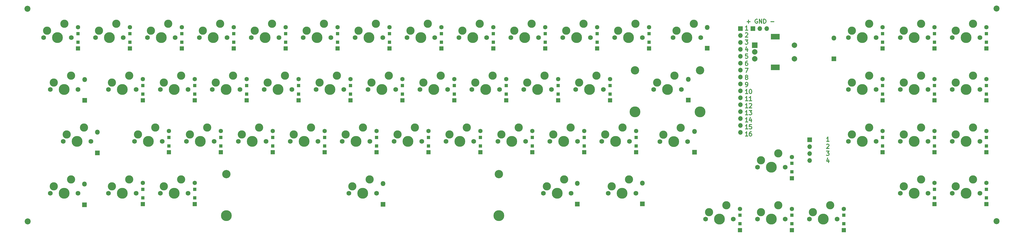
<source format=gbr>
G04 #@! TF.GenerationSoftware,KiCad,Pcbnew,7.0.1*
G04 #@! TF.CreationDate,2023-04-13T21:45:04-07:00*
G04 #@! TF.ProjectId,trashtruck.b,74726173-6874-4727-9563-6b2e622e6b69,rev?*
G04 #@! TF.SameCoordinates,Original*
G04 #@! TF.FileFunction,Soldermask,Top*
G04 #@! TF.FilePolarity,Negative*
%FSLAX46Y46*%
G04 Gerber Fmt 4.6, Leading zero omitted, Abs format (unit mm)*
G04 Created by KiCad (PCBNEW 7.0.1) date 2023-04-13 21:45:04*
%MOMM*%
%LPD*%
G01*
G04 APERTURE LIST*
%ADD10C,0.300000*%
%ADD11C,1.750000*%
%ADD12C,3.000000*%
%ADD13C,3.987800*%
%ADD14R,1.200000X1.200000*%
%ADD15R,1.600000X1.600000*%
%ADD16C,1.600000*%
%ADD17R,1.800000X1.800000*%
%ADD18O,1.800000X1.800000*%
%ADD19R,1.700000X1.700000*%
%ADD20O,1.700000X1.700000*%
%ADD21C,2.200000*%
%ADD22C,3.048000*%
%ADD23R,2.000000X2.000000*%
%ADD24C,2.000000*%
%ADD25R,3.200000X2.000000*%
G04 APERTURE END LIST*
D10*
X417238572Y-218212190D02*
X416381429Y-218212190D01*
X416810000Y-218212190D02*
X416810000Y-216612190D01*
X416810000Y-216612190D02*
X416667143Y-216840761D01*
X416667143Y-216840761D02*
X416524286Y-216993142D01*
X416524286Y-216993142D02*
X416381429Y-217069333D01*
X416381429Y-219356571D02*
X416452857Y-219280380D01*
X416452857Y-219280380D02*
X416595715Y-219204190D01*
X416595715Y-219204190D02*
X416952857Y-219204190D01*
X416952857Y-219204190D02*
X417095715Y-219280380D01*
X417095715Y-219280380D02*
X417167143Y-219356571D01*
X417167143Y-219356571D02*
X417238572Y-219508952D01*
X417238572Y-219508952D02*
X417238572Y-219661333D01*
X417238572Y-219661333D02*
X417167143Y-219889904D01*
X417167143Y-219889904D02*
X416310000Y-220804190D01*
X416310000Y-220804190D02*
X417238572Y-220804190D01*
X416310000Y-221796190D02*
X417238572Y-221796190D01*
X417238572Y-221796190D02*
X416738572Y-222405714D01*
X416738572Y-222405714D02*
X416952857Y-222405714D01*
X416952857Y-222405714D02*
X417095715Y-222481904D01*
X417095715Y-222481904D02*
X417167143Y-222558095D01*
X417167143Y-222558095D02*
X417238572Y-222710476D01*
X417238572Y-222710476D02*
X417238572Y-223091428D01*
X417238572Y-223091428D02*
X417167143Y-223243809D01*
X417167143Y-223243809D02*
X417095715Y-223320000D01*
X417095715Y-223320000D02*
X416952857Y-223396190D01*
X416952857Y-223396190D02*
X416524286Y-223396190D01*
X416524286Y-223396190D02*
X416381429Y-223320000D01*
X416381429Y-223320000D02*
X416310000Y-223243809D01*
X417095715Y-224921523D02*
X417095715Y-225988190D01*
X416738572Y-224312000D02*
X416381429Y-225454857D01*
X416381429Y-225454857D02*
X417310000Y-225454857D01*
X387177142Y-174265000D02*
X388320000Y-174265000D01*
X387748571Y-174836428D02*
X387748571Y-173693571D01*
X390962857Y-173407857D02*
X390820000Y-173336428D01*
X390820000Y-173336428D02*
X390605714Y-173336428D01*
X390605714Y-173336428D02*
X390391428Y-173407857D01*
X390391428Y-173407857D02*
X390248571Y-173550714D01*
X390248571Y-173550714D02*
X390177142Y-173693571D01*
X390177142Y-173693571D02*
X390105714Y-173979285D01*
X390105714Y-173979285D02*
X390105714Y-174193571D01*
X390105714Y-174193571D02*
X390177142Y-174479285D01*
X390177142Y-174479285D02*
X390248571Y-174622142D01*
X390248571Y-174622142D02*
X390391428Y-174765000D01*
X390391428Y-174765000D02*
X390605714Y-174836428D01*
X390605714Y-174836428D02*
X390748571Y-174836428D01*
X390748571Y-174836428D02*
X390962857Y-174765000D01*
X390962857Y-174765000D02*
X391034285Y-174693571D01*
X391034285Y-174693571D02*
X391034285Y-174193571D01*
X391034285Y-174193571D02*
X390748571Y-174193571D01*
X391677142Y-174836428D02*
X391677142Y-173336428D01*
X391677142Y-173336428D02*
X392534285Y-174836428D01*
X392534285Y-174836428D02*
X392534285Y-173336428D01*
X393248571Y-174836428D02*
X393248571Y-173336428D01*
X393248571Y-173336428D02*
X393605714Y-173336428D01*
X393605714Y-173336428D02*
X393820000Y-173407857D01*
X393820000Y-173407857D02*
X393962857Y-173550714D01*
X393962857Y-173550714D02*
X394034286Y-173693571D01*
X394034286Y-173693571D02*
X394105714Y-173979285D01*
X394105714Y-173979285D02*
X394105714Y-174193571D01*
X394105714Y-174193571D02*
X394034286Y-174479285D01*
X394034286Y-174479285D02*
X393962857Y-174622142D01*
X393962857Y-174622142D02*
X393820000Y-174765000D01*
X393820000Y-174765000D02*
X393605714Y-174836428D01*
X393605714Y-174836428D02*
X393248571Y-174836428D01*
X395891428Y-174265000D02*
X397034286Y-174265000D01*
X387432857Y-177374190D02*
X386575714Y-177374190D01*
X387004285Y-177374190D02*
X387004285Y-175774190D01*
X387004285Y-175774190D02*
X386861428Y-176002761D01*
X386861428Y-176002761D02*
X386718571Y-176155142D01*
X386718571Y-176155142D02*
X386575714Y-176231333D01*
X386575714Y-178518571D02*
X386647142Y-178442380D01*
X386647142Y-178442380D02*
X386790000Y-178366190D01*
X386790000Y-178366190D02*
X387147142Y-178366190D01*
X387147142Y-178366190D02*
X387290000Y-178442380D01*
X387290000Y-178442380D02*
X387361428Y-178518571D01*
X387361428Y-178518571D02*
X387432857Y-178670952D01*
X387432857Y-178670952D02*
X387432857Y-178823333D01*
X387432857Y-178823333D02*
X387361428Y-179051904D01*
X387361428Y-179051904D02*
X386504285Y-179966190D01*
X386504285Y-179966190D02*
X387432857Y-179966190D01*
X386504285Y-180958190D02*
X387432857Y-180958190D01*
X387432857Y-180958190D02*
X386932857Y-181567714D01*
X386932857Y-181567714D02*
X387147142Y-181567714D01*
X387147142Y-181567714D02*
X387290000Y-181643904D01*
X387290000Y-181643904D02*
X387361428Y-181720095D01*
X387361428Y-181720095D02*
X387432857Y-181872476D01*
X387432857Y-181872476D02*
X387432857Y-182253428D01*
X387432857Y-182253428D02*
X387361428Y-182405809D01*
X387361428Y-182405809D02*
X387290000Y-182482000D01*
X387290000Y-182482000D02*
X387147142Y-182558190D01*
X387147142Y-182558190D02*
X386718571Y-182558190D01*
X386718571Y-182558190D02*
X386575714Y-182482000D01*
X386575714Y-182482000D02*
X386504285Y-182405809D01*
X387290000Y-184083523D02*
X387290000Y-185150190D01*
X386932857Y-183474000D02*
X386575714Y-184616857D01*
X386575714Y-184616857D02*
X387504285Y-184616857D01*
X387361428Y-186142190D02*
X386647142Y-186142190D01*
X386647142Y-186142190D02*
X386575714Y-186904095D01*
X386575714Y-186904095D02*
X386647142Y-186827904D01*
X386647142Y-186827904D02*
X386790000Y-186751714D01*
X386790000Y-186751714D02*
X387147142Y-186751714D01*
X387147142Y-186751714D02*
X387290000Y-186827904D01*
X387290000Y-186827904D02*
X387361428Y-186904095D01*
X387361428Y-186904095D02*
X387432857Y-187056476D01*
X387432857Y-187056476D02*
X387432857Y-187437428D01*
X387432857Y-187437428D02*
X387361428Y-187589809D01*
X387361428Y-187589809D02*
X387290000Y-187666000D01*
X387290000Y-187666000D02*
X387147142Y-187742190D01*
X387147142Y-187742190D02*
X386790000Y-187742190D01*
X386790000Y-187742190D02*
X386647142Y-187666000D01*
X386647142Y-187666000D02*
X386575714Y-187589809D01*
X387290000Y-188734190D02*
X387004285Y-188734190D01*
X387004285Y-188734190D02*
X386861428Y-188810380D01*
X386861428Y-188810380D02*
X386790000Y-188886571D01*
X386790000Y-188886571D02*
X386647142Y-189115142D01*
X386647142Y-189115142D02*
X386575714Y-189419904D01*
X386575714Y-189419904D02*
X386575714Y-190029428D01*
X386575714Y-190029428D02*
X386647142Y-190181809D01*
X386647142Y-190181809D02*
X386718571Y-190258000D01*
X386718571Y-190258000D02*
X386861428Y-190334190D01*
X386861428Y-190334190D02*
X387147142Y-190334190D01*
X387147142Y-190334190D02*
X387290000Y-190258000D01*
X387290000Y-190258000D02*
X387361428Y-190181809D01*
X387361428Y-190181809D02*
X387432857Y-190029428D01*
X387432857Y-190029428D02*
X387432857Y-189648476D01*
X387432857Y-189648476D02*
X387361428Y-189496095D01*
X387361428Y-189496095D02*
X387290000Y-189419904D01*
X387290000Y-189419904D02*
X387147142Y-189343714D01*
X387147142Y-189343714D02*
X386861428Y-189343714D01*
X386861428Y-189343714D02*
X386718571Y-189419904D01*
X386718571Y-189419904D02*
X386647142Y-189496095D01*
X386647142Y-189496095D02*
X386575714Y-189648476D01*
X386504285Y-191326190D02*
X387504285Y-191326190D01*
X387504285Y-191326190D02*
X386861428Y-192926190D01*
X386861428Y-194603904D02*
X386718571Y-194527714D01*
X386718571Y-194527714D02*
X386647142Y-194451523D01*
X386647142Y-194451523D02*
X386575714Y-194299142D01*
X386575714Y-194299142D02*
X386575714Y-194222952D01*
X386575714Y-194222952D02*
X386647142Y-194070571D01*
X386647142Y-194070571D02*
X386718571Y-193994380D01*
X386718571Y-193994380D02*
X386861428Y-193918190D01*
X386861428Y-193918190D02*
X387147142Y-193918190D01*
X387147142Y-193918190D02*
X387290000Y-193994380D01*
X387290000Y-193994380D02*
X387361428Y-194070571D01*
X387361428Y-194070571D02*
X387432857Y-194222952D01*
X387432857Y-194222952D02*
X387432857Y-194299142D01*
X387432857Y-194299142D02*
X387361428Y-194451523D01*
X387361428Y-194451523D02*
X387290000Y-194527714D01*
X387290000Y-194527714D02*
X387147142Y-194603904D01*
X387147142Y-194603904D02*
X386861428Y-194603904D01*
X386861428Y-194603904D02*
X386718571Y-194680095D01*
X386718571Y-194680095D02*
X386647142Y-194756285D01*
X386647142Y-194756285D02*
X386575714Y-194908666D01*
X386575714Y-194908666D02*
X386575714Y-195213428D01*
X386575714Y-195213428D02*
X386647142Y-195365809D01*
X386647142Y-195365809D02*
X386718571Y-195442000D01*
X386718571Y-195442000D02*
X386861428Y-195518190D01*
X386861428Y-195518190D02*
X387147142Y-195518190D01*
X387147142Y-195518190D02*
X387290000Y-195442000D01*
X387290000Y-195442000D02*
X387361428Y-195365809D01*
X387361428Y-195365809D02*
X387432857Y-195213428D01*
X387432857Y-195213428D02*
X387432857Y-194908666D01*
X387432857Y-194908666D02*
X387361428Y-194756285D01*
X387361428Y-194756285D02*
X387290000Y-194680095D01*
X387290000Y-194680095D02*
X387147142Y-194603904D01*
X386718571Y-198110190D02*
X387004285Y-198110190D01*
X387004285Y-198110190D02*
X387147142Y-198034000D01*
X387147142Y-198034000D02*
X387218571Y-197957809D01*
X387218571Y-197957809D02*
X387361428Y-197729238D01*
X387361428Y-197729238D02*
X387432857Y-197424476D01*
X387432857Y-197424476D02*
X387432857Y-196814952D01*
X387432857Y-196814952D02*
X387361428Y-196662571D01*
X387361428Y-196662571D02*
X387290000Y-196586380D01*
X387290000Y-196586380D02*
X387147142Y-196510190D01*
X387147142Y-196510190D02*
X386861428Y-196510190D01*
X386861428Y-196510190D02*
X386718571Y-196586380D01*
X386718571Y-196586380D02*
X386647142Y-196662571D01*
X386647142Y-196662571D02*
X386575714Y-196814952D01*
X386575714Y-196814952D02*
X386575714Y-197195904D01*
X386575714Y-197195904D02*
X386647142Y-197348285D01*
X386647142Y-197348285D02*
X386718571Y-197424476D01*
X386718571Y-197424476D02*
X386861428Y-197500666D01*
X386861428Y-197500666D02*
X387147142Y-197500666D01*
X387147142Y-197500666D02*
X387290000Y-197424476D01*
X387290000Y-197424476D02*
X387361428Y-197348285D01*
X387361428Y-197348285D02*
X387432857Y-197195904D01*
X387432857Y-200702190D02*
X386575714Y-200702190D01*
X387004285Y-200702190D02*
X387004285Y-199102190D01*
X387004285Y-199102190D02*
X386861428Y-199330761D01*
X386861428Y-199330761D02*
X386718571Y-199483142D01*
X386718571Y-199483142D02*
X386575714Y-199559333D01*
X388361428Y-199102190D02*
X388504285Y-199102190D01*
X388504285Y-199102190D02*
X388647142Y-199178380D01*
X388647142Y-199178380D02*
X388718571Y-199254571D01*
X388718571Y-199254571D02*
X388789999Y-199406952D01*
X388789999Y-199406952D02*
X388861428Y-199711714D01*
X388861428Y-199711714D02*
X388861428Y-200092666D01*
X388861428Y-200092666D02*
X388789999Y-200397428D01*
X388789999Y-200397428D02*
X388718571Y-200549809D01*
X388718571Y-200549809D02*
X388647142Y-200626000D01*
X388647142Y-200626000D02*
X388504285Y-200702190D01*
X388504285Y-200702190D02*
X388361428Y-200702190D01*
X388361428Y-200702190D02*
X388218571Y-200626000D01*
X388218571Y-200626000D02*
X388147142Y-200549809D01*
X388147142Y-200549809D02*
X388075713Y-200397428D01*
X388075713Y-200397428D02*
X388004285Y-200092666D01*
X388004285Y-200092666D02*
X388004285Y-199711714D01*
X388004285Y-199711714D02*
X388075713Y-199406952D01*
X388075713Y-199406952D02*
X388147142Y-199254571D01*
X388147142Y-199254571D02*
X388218571Y-199178380D01*
X388218571Y-199178380D02*
X388361428Y-199102190D01*
X387432857Y-203294190D02*
X386575714Y-203294190D01*
X387004285Y-203294190D02*
X387004285Y-201694190D01*
X387004285Y-201694190D02*
X386861428Y-201922761D01*
X386861428Y-201922761D02*
X386718571Y-202075142D01*
X386718571Y-202075142D02*
X386575714Y-202151333D01*
X388861428Y-203294190D02*
X388004285Y-203294190D01*
X388432856Y-203294190D02*
X388432856Y-201694190D01*
X388432856Y-201694190D02*
X388289999Y-201922761D01*
X388289999Y-201922761D02*
X388147142Y-202075142D01*
X388147142Y-202075142D02*
X388004285Y-202151333D01*
X387432857Y-205886190D02*
X386575714Y-205886190D01*
X387004285Y-205886190D02*
X387004285Y-204286190D01*
X387004285Y-204286190D02*
X386861428Y-204514761D01*
X386861428Y-204514761D02*
X386718571Y-204667142D01*
X386718571Y-204667142D02*
X386575714Y-204743333D01*
X388004285Y-204438571D02*
X388075713Y-204362380D01*
X388075713Y-204362380D02*
X388218571Y-204286190D01*
X388218571Y-204286190D02*
X388575713Y-204286190D01*
X388575713Y-204286190D02*
X388718571Y-204362380D01*
X388718571Y-204362380D02*
X388789999Y-204438571D01*
X388789999Y-204438571D02*
X388861428Y-204590952D01*
X388861428Y-204590952D02*
X388861428Y-204743333D01*
X388861428Y-204743333D02*
X388789999Y-204971904D01*
X388789999Y-204971904D02*
X387932856Y-205886190D01*
X387932856Y-205886190D02*
X388861428Y-205886190D01*
X387432857Y-208478190D02*
X386575714Y-208478190D01*
X387004285Y-208478190D02*
X387004285Y-206878190D01*
X387004285Y-206878190D02*
X386861428Y-207106761D01*
X386861428Y-207106761D02*
X386718571Y-207259142D01*
X386718571Y-207259142D02*
X386575714Y-207335333D01*
X387932856Y-206878190D02*
X388861428Y-206878190D01*
X388861428Y-206878190D02*
X388361428Y-207487714D01*
X388361428Y-207487714D02*
X388575713Y-207487714D01*
X388575713Y-207487714D02*
X388718571Y-207563904D01*
X388718571Y-207563904D02*
X388789999Y-207640095D01*
X388789999Y-207640095D02*
X388861428Y-207792476D01*
X388861428Y-207792476D02*
X388861428Y-208173428D01*
X388861428Y-208173428D02*
X388789999Y-208325809D01*
X388789999Y-208325809D02*
X388718571Y-208402000D01*
X388718571Y-208402000D02*
X388575713Y-208478190D01*
X388575713Y-208478190D02*
X388147142Y-208478190D01*
X388147142Y-208478190D02*
X388004285Y-208402000D01*
X388004285Y-208402000D02*
X387932856Y-208325809D01*
X387432857Y-211070190D02*
X386575714Y-211070190D01*
X387004285Y-211070190D02*
X387004285Y-209470190D01*
X387004285Y-209470190D02*
X386861428Y-209698761D01*
X386861428Y-209698761D02*
X386718571Y-209851142D01*
X386718571Y-209851142D02*
X386575714Y-209927333D01*
X388718571Y-210003523D02*
X388718571Y-211070190D01*
X388361428Y-209394000D02*
X388004285Y-210536857D01*
X388004285Y-210536857D02*
X388932856Y-210536857D01*
X387432857Y-213662190D02*
X386575714Y-213662190D01*
X387004285Y-213662190D02*
X387004285Y-212062190D01*
X387004285Y-212062190D02*
X386861428Y-212290761D01*
X386861428Y-212290761D02*
X386718571Y-212443142D01*
X386718571Y-212443142D02*
X386575714Y-212519333D01*
X388789999Y-212062190D02*
X388075713Y-212062190D01*
X388075713Y-212062190D02*
X388004285Y-212824095D01*
X388004285Y-212824095D02*
X388075713Y-212747904D01*
X388075713Y-212747904D02*
X388218571Y-212671714D01*
X388218571Y-212671714D02*
X388575713Y-212671714D01*
X388575713Y-212671714D02*
X388718571Y-212747904D01*
X388718571Y-212747904D02*
X388789999Y-212824095D01*
X388789999Y-212824095D02*
X388861428Y-212976476D01*
X388861428Y-212976476D02*
X388861428Y-213357428D01*
X388861428Y-213357428D02*
X388789999Y-213509809D01*
X388789999Y-213509809D02*
X388718571Y-213586000D01*
X388718571Y-213586000D02*
X388575713Y-213662190D01*
X388575713Y-213662190D02*
X388218571Y-213662190D01*
X388218571Y-213662190D02*
X388075713Y-213586000D01*
X388075713Y-213586000D02*
X388004285Y-213509809D01*
X387432857Y-216254190D02*
X386575714Y-216254190D01*
X387004285Y-216254190D02*
X387004285Y-214654190D01*
X387004285Y-214654190D02*
X386861428Y-214882761D01*
X386861428Y-214882761D02*
X386718571Y-215035142D01*
X386718571Y-215035142D02*
X386575714Y-215111333D01*
X388718571Y-214654190D02*
X388432856Y-214654190D01*
X388432856Y-214654190D02*
X388289999Y-214730380D01*
X388289999Y-214730380D02*
X388218571Y-214806571D01*
X388218571Y-214806571D02*
X388075713Y-215035142D01*
X388075713Y-215035142D02*
X388004285Y-215339904D01*
X388004285Y-215339904D02*
X388004285Y-215949428D01*
X388004285Y-215949428D02*
X388075713Y-216101809D01*
X388075713Y-216101809D02*
X388147142Y-216178000D01*
X388147142Y-216178000D02*
X388289999Y-216254190D01*
X388289999Y-216254190D02*
X388575713Y-216254190D01*
X388575713Y-216254190D02*
X388718571Y-216178000D01*
X388718571Y-216178000D02*
X388789999Y-216101809D01*
X388789999Y-216101809D02*
X388861428Y-215949428D01*
X388861428Y-215949428D02*
X388861428Y-215568476D01*
X388861428Y-215568476D02*
X388789999Y-215416095D01*
X388789999Y-215416095D02*
X388718571Y-215339904D01*
X388718571Y-215339904D02*
X388575713Y-215263714D01*
X388575713Y-215263714D02*
X388289999Y-215263714D01*
X388289999Y-215263714D02*
X388147142Y-215339904D01*
X388147142Y-215339904D02*
X388075713Y-215416095D01*
X388075713Y-215416095D02*
X388004285Y-215568476D01*
D11*
X286235000Y-199140000D03*
D12*
X287505000Y-196600000D03*
D13*
X291315000Y-199140000D03*
D12*
X293855000Y-194060000D03*
D11*
X296395000Y-199140000D03*
D14*
X298815000Y-200845000D03*
D15*
X298815000Y-203170000D03*
D16*
X298815000Y-195370000D03*
D14*
X298815000Y-197695000D03*
D17*
X144020000Y-241520000D03*
D18*
X144020000Y-233900000D03*
D17*
X148780000Y-222410000D03*
D18*
X148780000Y-214790000D03*
D11*
X305285000Y-199140000D03*
D12*
X306555000Y-196600000D03*
D13*
X310365000Y-199140000D03*
D12*
X312905000Y-194060000D03*
D11*
X315445000Y-199140000D03*
D14*
X317865000Y-200845000D03*
D15*
X317865000Y-203170000D03*
D16*
X317865000Y-195370000D03*
D14*
X317865000Y-197695000D03*
D19*
X410150000Y-217610000D03*
D20*
X410150000Y-220150000D03*
X410150000Y-222690000D03*
X410150000Y-225230000D03*
D11*
X443397500Y-180090000D03*
D12*
X444667500Y-177550000D03*
D13*
X448477500Y-180090000D03*
D12*
X451017500Y-175010000D03*
D11*
X453557500Y-180090000D03*
D14*
X455977500Y-181795000D03*
D15*
X455977500Y-184120000D03*
D16*
X455977500Y-176320000D03*
D14*
X455977500Y-178645000D03*
D19*
X389350000Y-176830000D03*
D20*
X391890000Y-176830000D03*
X394430000Y-176830000D03*
D11*
X424347500Y-218190000D03*
D12*
X425617500Y-215650000D03*
D13*
X429427500Y-218190000D03*
D12*
X431967500Y-213110000D03*
D11*
X434507500Y-218190000D03*
D14*
X436927500Y-219895000D03*
D15*
X436927500Y-222220000D03*
D16*
X436927500Y-214420000D03*
D14*
X436927500Y-216745000D03*
D11*
X148122500Y-180090000D03*
D12*
X149392500Y-177550000D03*
D13*
X153202500Y-180090000D03*
D12*
X155742500Y-175010000D03*
D11*
X158282500Y-180090000D03*
D14*
X160702500Y-181795000D03*
D15*
X160702500Y-184120000D03*
D16*
X160702500Y-176320000D03*
D14*
X160702500Y-178645000D03*
D19*
X384740000Y-176760000D03*
D20*
X384740000Y-179300000D03*
X384740000Y-181840000D03*
X384740000Y-184380000D03*
X384740000Y-186920000D03*
X384740000Y-189460000D03*
X384740000Y-192000000D03*
X384740000Y-194540000D03*
X384740000Y-197080000D03*
X384740000Y-199620000D03*
X384740000Y-202160000D03*
X384740000Y-204700000D03*
X384740000Y-207240000D03*
X384740000Y-209780000D03*
X384740000Y-212320000D03*
X384740000Y-214860000D03*
D11*
X167172500Y-180090000D03*
D12*
X168442500Y-177550000D03*
D13*
X172252500Y-180090000D03*
D12*
X174792500Y-175010000D03*
D11*
X177332500Y-180090000D03*
D14*
X179752500Y-181795000D03*
D15*
X179752500Y-184120000D03*
D16*
X179752500Y-176320000D03*
D14*
X179752500Y-178645000D03*
D17*
X348730000Y-241160000D03*
D18*
X348730000Y-233540000D03*
D11*
X136270000Y-218200000D03*
D12*
X137540000Y-215660000D03*
D13*
X141350000Y-218200000D03*
D12*
X143890000Y-213120000D03*
D11*
X146430000Y-218200000D03*
X152885000Y-237240000D03*
D12*
X154155000Y-234700000D03*
D13*
X157965000Y-237240000D03*
D12*
X160505000Y-232160000D03*
D11*
X163045000Y-237240000D03*
D14*
X165465000Y-238945000D03*
D15*
X165465000Y-241270000D03*
D16*
X165465000Y-233470000D03*
D14*
X165465000Y-235795000D03*
D11*
X171935000Y-199140000D03*
D12*
X173205000Y-196600000D03*
D13*
X177015000Y-199140000D03*
D12*
X179555000Y-194060000D03*
D11*
X182095000Y-199140000D03*
D14*
X184515000Y-200845000D03*
D15*
X184515000Y-203170000D03*
D16*
X184515000Y-195370000D03*
D14*
X184515000Y-197695000D03*
D11*
X462447500Y-237240000D03*
D12*
X463717500Y-234700000D03*
D13*
X467527500Y-237240000D03*
D12*
X470067500Y-232160000D03*
D11*
X472607500Y-237240000D03*
D14*
X475027500Y-238945000D03*
D15*
X475027500Y-241270000D03*
D16*
X475027500Y-233470000D03*
D14*
X475027500Y-235795000D03*
D11*
X462447500Y-199140000D03*
D12*
X463717500Y-196600000D03*
D13*
X467527500Y-199140000D03*
D12*
X470067500Y-194060000D03*
D11*
X472607500Y-199140000D03*
D14*
X475027500Y-200845000D03*
D15*
X475027500Y-203170000D03*
D16*
X475027500Y-195370000D03*
D14*
X475027500Y-197695000D03*
D11*
X360030000Y-180060000D03*
D12*
X361300000Y-177520000D03*
D13*
X365110000Y-180060000D03*
D12*
X367650000Y-174980000D03*
D11*
X370190000Y-180060000D03*
X224322500Y-180090000D03*
D12*
X225592500Y-177550000D03*
D13*
X229402500Y-180090000D03*
D12*
X231942500Y-175010000D03*
D11*
X234482500Y-180090000D03*
D14*
X236902500Y-181795000D03*
D15*
X236902500Y-184120000D03*
D16*
X236902500Y-176320000D03*
D14*
X236902500Y-178645000D03*
D11*
X410060000Y-246765000D03*
D12*
X411330000Y-244225000D03*
D13*
X415140000Y-246765000D03*
D12*
X417680000Y-241685000D03*
D11*
X420220000Y-246765000D03*
D14*
X422640000Y-248470000D03*
D15*
X422640000Y-250795000D03*
D16*
X422640000Y-242995000D03*
D14*
X422640000Y-245320000D03*
D11*
X171935000Y-237240000D03*
D12*
X173205000Y-234700000D03*
D13*
X177015000Y-237240000D03*
D12*
X179555000Y-232160000D03*
D11*
X182095000Y-237240000D03*
D14*
X184515000Y-238945000D03*
D15*
X184515000Y-241270000D03*
D16*
X184515000Y-233470000D03*
D14*
X184515000Y-235795000D03*
D11*
X338622500Y-180090000D03*
D12*
X339892500Y-177550000D03*
D13*
X343702500Y-180090000D03*
D12*
X346242500Y-175010000D03*
D11*
X348782500Y-180090000D03*
D14*
X351202500Y-181795000D03*
D15*
X351202500Y-184120000D03*
D16*
X351202500Y-176320000D03*
D14*
X351202500Y-178645000D03*
D21*
X478770000Y-247480000D03*
D11*
X257660000Y-218190000D03*
D12*
X258930000Y-215650000D03*
D13*
X262740000Y-218190000D03*
D12*
X265280000Y-213110000D03*
D11*
X267820000Y-218190000D03*
D14*
X270240000Y-219895000D03*
D15*
X270240000Y-222220000D03*
D16*
X270240000Y-214420000D03*
D14*
X270240000Y-216745000D03*
D11*
X355210000Y-218250000D03*
D12*
X356480000Y-215710000D03*
D13*
X360290000Y-218250000D03*
D12*
X362830000Y-213170000D03*
D11*
X365370000Y-218250000D03*
X281472500Y-180090000D03*
D12*
X282742500Y-177550000D03*
D13*
X286552500Y-180090000D03*
D12*
X289092500Y-175010000D03*
D11*
X291632500Y-180090000D03*
D14*
X294052500Y-181795000D03*
D15*
X294052500Y-184120000D03*
D16*
X294052500Y-176320000D03*
D14*
X294052500Y-178645000D03*
D11*
X131507500Y-199150000D03*
D12*
X132777500Y-196610000D03*
D13*
X136587500Y-199150000D03*
D12*
X139127500Y-194070000D03*
D11*
X141667500Y-199150000D03*
X324335000Y-199140000D03*
D12*
X325605000Y-196600000D03*
D13*
X329415000Y-199140000D03*
D12*
X331955000Y-194060000D03*
D11*
X334495000Y-199140000D03*
D14*
X336915000Y-200845000D03*
D15*
X336915000Y-203170000D03*
D16*
X336915000Y-195370000D03*
D14*
X336915000Y-197695000D03*
D11*
X391010000Y-227715000D03*
D12*
X392280000Y-225175000D03*
D13*
X396090000Y-227715000D03*
D12*
X398630000Y-222635000D03*
D11*
X401170000Y-227715000D03*
D14*
X403590000Y-229420000D03*
D15*
X403590000Y-231745000D03*
D16*
X403590000Y-223945000D03*
D14*
X403590000Y-226270000D03*
D22*
X196125100Y-230265000D03*
D13*
X196125100Y-245505000D03*
D11*
X241045000Y-237250000D03*
D12*
X242315000Y-234710000D03*
D13*
X246125000Y-237250000D03*
D12*
X248665000Y-232170000D03*
D11*
X251205000Y-237250000D03*
D22*
X296124900Y-230265000D03*
D13*
X296124900Y-245505000D03*
D21*
X123180000Y-247610000D03*
D11*
X333860000Y-218190000D03*
D12*
X335130000Y-215650000D03*
D13*
X338940000Y-218190000D03*
D12*
X341480000Y-213110000D03*
D11*
X344020000Y-218190000D03*
D14*
X346440000Y-219895000D03*
D15*
X346440000Y-222220000D03*
D16*
X346440000Y-214420000D03*
D14*
X346440000Y-216745000D03*
D11*
X210035000Y-199140000D03*
D12*
X211305000Y-196600000D03*
D13*
X215115000Y-199140000D03*
D12*
X217655000Y-194060000D03*
D11*
X220195000Y-199140000D03*
D14*
X222615000Y-200845000D03*
D15*
X222615000Y-203170000D03*
D16*
X222615000Y-195370000D03*
D14*
X222615000Y-197695000D03*
D22*
X346028250Y-192125000D03*
D13*
X346028250Y-207365000D03*
D11*
X352886250Y-199110000D03*
D12*
X354156250Y-196570000D03*
D13*
X357966250Y-199110000D03*
D12*
X360506250Y-194030000D03*
D11*
X363046250Y-199110000D03*
D22*
X369904250Y-192125000D03*
D13*
X369904250Y-207365000D03*
D17*
X324930000Y-241200000D03*
D18*
X324930000Y-233580000D03*
D11*
X424347500Y-180090000D03*
D12*
X425617500Y-177550000D03*
D13*
X429427500Y-180090000D03*
D12*
X431967500Y-175010000D03*
D11*
X434507500Y-180090000D03*
D14*
X436927500Y-181795000D03*
D15*
X436927500Y-184120000D03*
D16*
X436927500Y-176320000D03*
D14*
X436927500Y-178645000D03*
D11*
X443397500Y-218190000D03*
D12*
X444667500Y-215650000D03*
D13*
X448477500Y-218190000D03*
D12*
X451017500Y-213110000D03*
D11*
X453557500Y-218190000D03*
D14*
X455977500Y-219895000D03*
D15*
X455977500Y-222220000D03*
D16*
X455977500Y-214420000D03*
D14*
X455977500Y-216745000D03*
D11*
X295760000Y-218190000D03*
D12*
X297030000Y-215650000D03*
D13*
X300840000Y-218190000D03*
D12*
X303380000Y-213110000D03*
D11*
X305920000Y-218190000D03*
D14*
X308340000Y-219895000D03*
D15*
X308340000Y-222220000D03*
D16*
X308340000Y-214420000D03*
D14*
X308340000Y-216745000D03*
D11*
X267185000Y-199140000D03*
D12*
X268455000Y-196600000D03*
D13*
X272265000Y-199140000D03*
D12*
X274805000Y-194060000D03*
D11*
X277345000Y-199140000D03*
D14*
X279765000Y-200845000D03*
D15*
X279765000Y-203170000D03*
D16*
X279765000Y-195370000D03*
D14*
X279765000Y-197695000D03*
D11*
X181460000Y-218190000D03*
D12*
X182730000Y-215650000D03*
D13*
X186540000Y-218190000D03*
D12*
X189080000Y-213110000D03*
D11*
X191620000Y-218190000D03*
D14*
X194040000Y-219895000D03*
D15*
X194040000Y-222220000D03*
D16*
X194040000Y-214420000D03*
D14*
X194040000Y-216745000D03*
D11*
X219560000Y-218190000D03*
D12*
X220830000Y-215650000D03*
D13*
X224640000Y-218190000D03*
D12*
X227180000Y-213110000D03*
D11*
X229720000Y-218190000D03*
D14*
X232140000Y-219895000D03*
D15*
X232140000Y-222220000D03*
D16*
X232140000Y-214420000D03*
D14*
X232140000Y-216745000D03*
D23*
X390020000Y-182890000D03*
D24*
X390020000Y-187890000D03*
X390020000Y-185390000D03*
D25*
X397520000Y-179790000D03*
X397520000Y-190990000D03*
D24*
X404520000Y-187890000D03*
X404520000Y-182890000D03*
D11*
X205272500Y-180090000D03*
D12*
X206542500Y-177550000D03*
D13*
X210352500Y-180090000D03*
D12*
X212892500Y-175010000D03*
D11*
X215432500Y-180090000D03*
D14*
X217852500Y-181795000D03*
D15*
X217852500Y-184120000D03*
D16*
X217852500Y-176320000D03*
D14*
X217852500Y-178645000D03*
D17*
X144140000Y-203150000D03*
D18*
X144140000Y-195530000D03*
D11*
X243372500Y-180090000D03*
D12*
X244642500Y-177550000D03*
D13*
X248452500Y-180090000D03*
D12*
X250992500Y-175010000D03*
D11*
X253532500Y-180090000D03*
D14*
X255952500Y-181795000D03*
D15*
X255952500Y-184120000D03*
D16*
X255952500Y-176320000D03*
D14*
X255952500Y-178645000D03*
D17*
X365580000Y-203070000D03*
D18*
X365580000Y-195450000D03*
D11*
X312405000Y-237210000D03*
D12*
X313675000Y-234670000D03*
D13*
X317485000Y-237210000D03*
D12*
X320025000Y-232130000D03*
D11*
X322565000Y-237210000D03*
X443397500Y-199140000D03*
D12*
X444667500Y-196600000D03*
D13*
X448477500Y-199140000D03*
D12*
X451017500Y-194060000D03*
D11*
X453557500Y-199140000D03*
D14*
X455977500Y-200845000D03*
D15*
X455977500Y-203170000D03*
D16*
X455977500Y-195370000D03*
D14*
X455977500Y-197695000D03*
D11*
X300522500Y-180090000D03*
D12*
X301792500Y-177550000D03*
D13*
X305602500Y-180090000D03*
D12*
X308142500Y-175010000D03*
D11*
X310682500Y-180090000D03*
D14*
X313102500Y-181795000D03*
D15*
X313102500Y-184120000D03*
D16*
X313102500Y-176320000D03*
D14*
X313102500Y-178645000D03*
D17*
X367940000Y-222200000D03*
D18*
X367940000Y-214580000D03*
D11*
X319572500Y-180090000D03*
D12*
X320842500Y-177550000D03*
D13*
X324652500Y-180090000D03*
D12*
X327192500Y-175010000D03*
D11*
X329732500Y-180090000D03*
D14*
X332152500Y-181795000D03*
D15*
X332152500Y-184120000D03*
D16*
X332152500Y-176320000D03*
D14*
X332152500Y-178645000D03*
D11*
X462447500Y-218190000D03*
D12*
X463717500Y-215650000D03*
D13*
X467527500Y-218190000D03*
D12*
X470067500Y-213110000D03*
D11*
X472607500Y-218190000D03*
D14*
X475027500Y-219895000D03*
D15*
X475027500Y-222220000D03*
D16*
X475027500Y-214420000D03*
D14*
X475027500Y-216745000D03*
D21*
X478690000Y-169430000D03*
D11*
X391010000Y-246765000D03*
D12*
X392280000Y-244225000D03*
D13*
X396090000Y-246765000D03*
D12*
X398630000Y-241685000D03*
D11*
X401170000Y-246765000D03*
D14*
X403590000Y-248470000D03*
D15*
X403590000Y-250795000D03*
D16*
X403590000Y-242995000D03*
D14*
X403590000Y-245320000D03*
D11*
X371960000Y-246765000D03*
D12*
X373230000Y-244225000D03*
D13*
X377040000Y-246765000D03*
D12*
X379580000Y-241685000D03*
D11*
X382120000Y-246765000D03*
D14*
X384540000Y-248470000D03*
D15*
X384540000Y-250795000D03*
D16*
X384540000Y-242995000D03*
D14*
X384540000Y-245320000D03*
D11*
X314810000Y-218190000D03*
D12*
X316080000Y-215650000D03*
D13*
X319890000Y-218190000D03*
D12*
X322430000Y-213110000D03*
D11*
X324970000Y-218190000D03*
D14*
X327390000Y-219895000D03*
D15*
X327390000Y-222220000D03*
D16*
X327390000Y-214420000D03*
D14*
X327390000Y-216745000D03*
D11*
X462447500Y-180090000D03*
D12*
X463717500Y-177550000D03*
D13*
X467527500Y-180090000D03*
D12*
X470067500Y-175010000D03*
D11*
X472607500Y-180090000D03*
D14*
X475027500Y-181795000D03*
D15*
X475027500Y-184120000D03*
D16*
X475027500Y-176320000D03*
D14*
X475027500Y-178645000D03*
D11*
X229085000Y-199140000D03*
D12*
X230355000Y-196600000D03*
D13*
X234165000Y-199140000D03*
D12*
X236705000Y-194060000D03*
D11*
X239245000Y-199140000D03*
D14*
X241665000Y-200845000D03*
D15*
X241665000Y-203170000D03*
D16*
X241665000Y-195370000D03*
D14*
X241665000Y-197695000D03*
D11*
X238610000Y-218190000D03*
D12*
X239880000Y-215650000D03*
D13*
X243690000Y-218190000D03*
D12*
X246230000Y-213110000D03*
D11*
X248770000Y-218190000D03*
D14*
X251190000Y-219895000D03*
D15*
X251190000Y-222220000D03*
D16*
X251190000Y-214420000D03*
D14*
X251190000Y-216745000D03*
D21*
X123100000Y-169560000D03*
D11*
X162410000Y-218190000D03*
D12*
X163680000Y-215650000D03*
D13*
X167490000Y-218190000D03*
D12*
X170030000Y-213110000D03*
D11*
X172570000Y-218190000D03*
D14*
X174990000Y-219895000D03*
D15*
X174990000Y-222220000D03*
D16*
X174990000Y-214420000D03*
D14*
X174990000Y-216745000D03*
D11*
X186222500Y-180090000D03*
D12*
X187492500Y-177550000D03*
D13*
X191302500Y-180090000D03*
D12*
X193842500Y-175010000D03*
D11*
X196382500Y-180090000D03*
D14*
X198802500Y-181795000D03*
D15*
X198802500Y-184120000D03*
D16*
X198802500Y-176320000D03*
D14*
X198802500Y-178645000D03*
D11*
X200510000Y-218190000D03*
D12*
X201780000Y-215650000D03*
D13*
X205590000Y-218190000D03*
D12*
X208130000Y-213110000D03*
D11*
X210670000Y-218190000D03*
D14*
X213090000Y-219895000D03*
D15*
X213090000Y-222220000D03*
D16*
X213090000Y-214420000D03*
D14*
X213090000Y-216745000D03*
D11*
X248135000Y-199140000D03*
D12*
X249405000Y-196600000D03*
D13*
X253215000Y-199140000D03*
D12*
X255755000Y-194060000D03*
D11*
X258295000Y-199140000D03*
D14*
X260715000Y-200845000D03*
D15*
X260715000Y-203170000D03*
D16*
X260715000Y-195370000D03*
D14*
X260715000Y-197695000D03*
D11*
X129072500Y-180090000D03*
D12*
X130342500Y-177550000D03*
D13*
X134152500Y-180090000D03*
D12*
X136692500Y-175010000D03*
D11*
X139232500Y-180090000D03*
D14*
X141652500Y-181795000D03*
D15*
X141652500Y-184120000D03*
D16*
X141652500Y-176320000D03*
D14*
X141652500Y-178645000D03*
D11*
X424347500Y-199140000D03*
D12*
X425617500Y-196600000D03*
D13*
X429427500Y-199140000D03*
D12*
X431967500Y-194060000D03*
D11*
X434507500Y-199140000D03*
D14*
X436927500Y-200845000D03*
D15*
X436927500Y-203170000D03*
D16*
X436927500Y-195370000D03*
D14*
X436927500Y-197695000D03*
D11*
X276710000Y-218190000D03*
D12*
X277980000Y-215650000D03*
D13*
X281790000Y-218190000D03*
D12*
X284330000Y-213110000D03*
D11*
X286870000Y-218190000D03*
D14*
X289290000Y-219895000D03*
D15*
X289290000Y-222220000D03*
D16*
X289290000Y-214420000D03*
D14*
X289290000Y-216745000D03*
D11*
X336217500Y-237210000D03*
D12*
X337487500Y-234670000D03*
D13*
X341297500Y-237210000D03*
D12*
X343837500Y-232130000D03*
D11*
X346377500Y-237210000D03*
D17*
X253590000Y-241340000D03*
D18*
X253590000Y-233720000D03*
D11*
X152885000Y-199140000D03*
D12*
X154155000Y-196600000D03*
D13*
X157965000Y-199140000D03*
D12*
X160505000Y-194060000D03*
D11*
X163045000Y-199140000D03*
D14*
X165465000Y-200845000D03*
D15*
X165465000Y-203170000D03*
D16*
X165465000Y-195370000D03*
D14*
X165465000Y-197695000D03*
D17*
X419050000Y-187870000D03*
D18*
X419050000Y-180250000D03*
D11*
X190985000Y-199140000D03*
D12*
X192255000Y-196600000D03*
D13*
X196065000Y-199140000D03*
D12*
X198605000Y-194060000D03*
D11*
X201145000Y-199140000D03*
D14*
X203565000Y-200845000D03*
D15*
X203565000Y-203170000D03*
D16*
X203565000Y-195370000D03*
D14*
X203565000Y-197695000D03*
D11*
X131507500Y-237250000D03*
D12*
X132777500Y-234710000D03*
D13*
X136587500Y-237250000D03*
D12*
X139127500Y-232170000D03*
D11*
X141667500Y-237250000D03*
X262422500Y-180090000D03*
D12*
X263692500Y-177550000D03*
D13*
X267502500Y-180090000D03*
D12*
X270042500Y-175010000D03*
D11*
X272582500Y-180090000D03*
D14*
X275002500Y-181795000D03*
D15*
X275002500Y-184120000D03*
D16*
X275002500Y-176320000D03*
D14*
X275002500Y-178645000D03*
D17*
X372540000Y-184030000D03*
D18*
X372540000Y-176410000D03*
D11*
X443397500Y-237240000D03*
D12*
X444667500Y-234700000D03*
D13*
X448477500Y-237240000D03*
D12*
X451017500Y-232160000D03*
D11*
X453557500Y-237240000D03*
D14*
X455977500Y-238945000D03*
D15*
X455977500Y-241270000D03*
D16*
X455977500Y-233470000D03*
D14*
X455977500Y-235795000D03*
M02*

</source>
